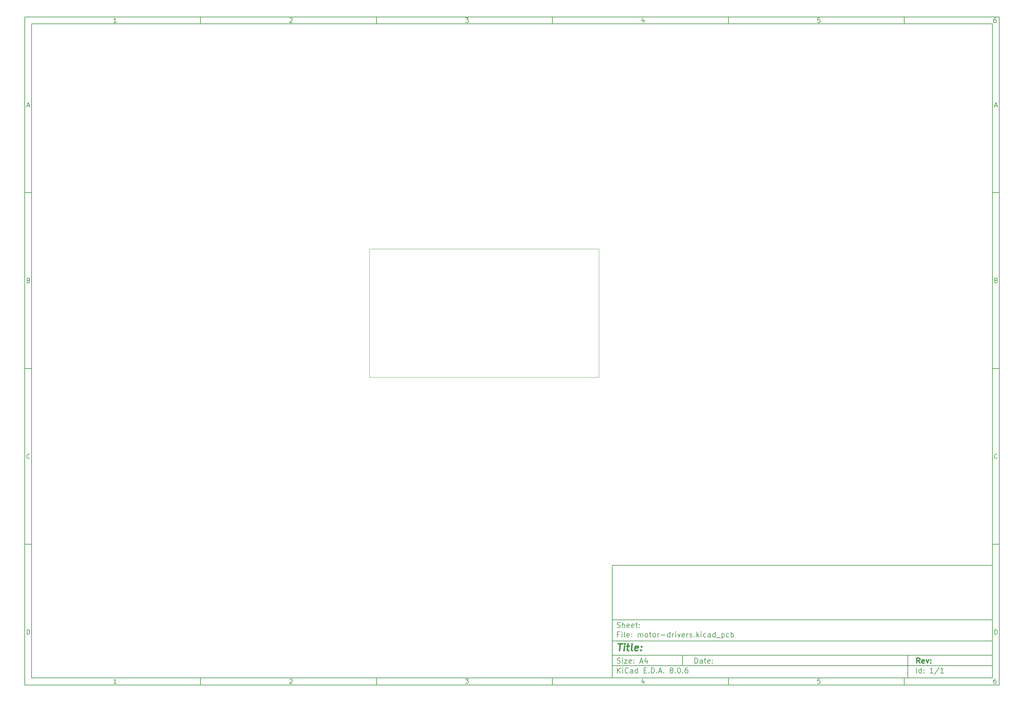
<source format=gbr>
%TF.GenerationSoftware,KiCad,Pcbnew,8.0.6*%
%TF.CreationDate,2024-11-25T22:26:38-03:00*%
%TF.ProjectId,motor-drivers,6d6f746f-722d-4647-9269-766572732e6b,rev?*%
%TF.SameCoordinates,PX66ff300PY6b49d20*%
%TF.FileFunction,Profile,NP*%
%FSLAX46Y46*%
G04 Gerber Fmt 4.6, Leading zero omitted, Abs format (unit mm)*
G04 Created by KiCad (PCBNEW 8.0.6) date 2024-11-25 22:26:38*
%MOMM*%
%LPD*%
G01*
G04 APERTURE LIST*
%ADD10C,0.100000*%
%ADD11C,0.150000*%
%ADD12C,0.300000*%
%ADD13C,0.400000*%
%TA.AperFunction,Profile*%
%ADD14C,0.050000*%
%TD*%
G04 APERTURE END LIST*
D10*
D11*
X69002200Y-53507200D02*
X177002200Y-53507200D01*
X177002200Y-85507200D01*
X69002200Y-85507200D01*
X69002200Y-53507200D01*
D10*
D11*
X-98000000Y102500000D02*
X179002200Y102500000D01*
X179002200Y-87507200D01*
X-98000000Y-87507200D01*
X-98000000Y102500000D01*
D10*
D11*
X-96000000Y100500000D02*
X177002200Y100500000D01*
X177002200Y-85507200D01*
X-96000000Y-85507200D01*
X-96000000Y100500000D01*
D10*
D11*
X-48000000Y100500000D02*
X-48000000Y102500000D01*
D10*
D11*
X2000000Y100500000D02*
X2000000Y102500000D01*
D10*
D11*
X52000000Y100500000D02*
X52000000Y102500000D01*
D10*
D11*
X102000000Y100500000D02*
X102000000Y102500000D01*
D10*
D11*
X152000000Y100500000D02*
X152000000Y102500000D01*
D10*
D11*
X-71910840Y100906396D02*
X-72653697Y100906396D01*
X-72282269Y100906396D02*
X-72282269Y102206396D01*
X-72282269Y102206396D02*
X-72406078Y102020681D01*
X-72406078Y102020681D02*
X-72529888Y101896872D01*
X-72529888Y101896872D02*
X-72653697Y101834967D01*
D10*
D11*
X-22653697Y102082586D02*
X-22591793Y102144491D01*
X-22591793Y102144491D02*
X-22467983Y102206396D01*
X-22467983Y102206396D02*
X-22158459Y102206396D01*
X-22158459Y102206396D02*
X-22034650Y102144491D01*
X-22034650Y102144491D02*
X-21972745Y102082586D01*
X-21972745Y102082586D02*
X-21910840Y101958777D01*
X-21910840Y101958777D02*
X-21910840Y101834967D01*
X-21910840Y101834967D02*
X-21972745Y101649253D01*
X-21972745Y101649253D02*
X-22715602Y100906396D01*
X-22715602Y100906396D02*
X-21910840Y100906396D01*
D10*
D11*
X27284398Y102206396D02*
X28089160Y102206396D01*
X28089160Y102206396D02*
X27655826Y101711158D01*
X27655826Y101711158D02*
X27841541Y101711158D01*
X27841541Y101711158D02*
X27965350Y101649253D01*
X27965350Y101649253D02*
X28027255Y101587348D01*
X28027255Y101587348D02*
X28089160Y101463539D01*
X28089160Y101463539D02*
X28089160Y101154015D01*
X28089160Y101154015D02*
X28027255Y101030205D01*
X28027255Y101030205D02*
X27965350Y100968300D01*
X27965350Y100968300D02*
X27841541Y100906396D01*
X27841541Y100906396D02*
X27470112Y100906396D01*
X27470112Y100906396D02*
X27346303Y100968300D01*
X27346303Y100968300D02*
X27284398Y101030205D01*
D10*
D11*
X77965350Y101773062D02*
X77965350Y100906396D01*
X77655826Y102268300D02*
X77346303Y101339729D01*
X77346303Y101339729D02*
X78151064Y101339729D01*
D10*
D11*
X128027255Y102206396D02*
X127408207Y102206396D01*
X127408207Y102206396D02*
X127346303Y101587348D01*
X127346303Y101587348D02*
X127408207Y101649253D01*
X127408207Y101649253D02*
X127532017Y101711158D01*
X127532017Y101711158D02*
X127841541Y101711158D01*
X127841541Y101711158D02*
X127965350Y101649253D01*
X127965350Y101649253D02*
X128027255Y101587348D01*
X128027255Y101587348D02*
X128089160Y101463539D01*
X128089160Y101463539D02*
X128089160Y101154015D01*
X128089160Y101154015D02*
X128027255Y101030205D01*
X128027255Y101030205D02*
X127965350Y100968300D01*
X127965350Y100968300D02*
X127841541Y100906396D01*
X127841541Y100906396D02*
X127532017Y100906396D01*
X127532017Y100906396D02*
X127408207Y100968300D01*
X127408207Y100968300D02*
X127346303Y101030205D01*
D10*
D11*
X177965350Y102206396D02*
X177717731Y102206396D01*
X177717731Y102206396D02*
X177593922Y102144491D01*
X177593922Y102144491D02*
X177532017Y102082586D01*
X177532017Y102082586D02*
X177408207Y101896872D01*
X177408207Y101896872D02*
X177346303Y101649253D01*
X177346303Y101649253D02*
X177346303Y101154015D01*
X177346303Y101154015D02*
X177408207Y101030205D01*
X177408207Y101030205D02*
X177470112Y100968300D01*
X177470112Y100968300D02*
X177593922Y100906396D01*
X177593922Y100906396D02*
X177841541Y100906396D01*
X177841541Y100906396D02*
X177965350Y100968300D01*
X177965350Y100968300D02*
X178027255Y101030205D01*
X178027255Y101030205D02*
X178089160Y101154015D01*
X178089160Y101154015D02*
X178089160Y101463539D01*
X178089160Y101463539D02*
X178027255Y101587348D01*
X178027255Y101587348D02*
X177965350Y101649253D01*
X177965350Y101649253D02*
X177841541Y101711158D01*
X177841541Y101711158D02*
X177593922Y101711158D01*
X177593922Y101711158D02*
X177470112Y101649253D01*
X177470112Y101649253D02*
X177408207Y101587348D01*
X177408207Y101587348D02*
X177346303Y101463539D01*
D10*
D11*
X-48000000Y-85507200D02*
X-48000000Y-87507200D01*
D10*
D11*
X2000000Y-85507200D02*
X2000000Y-87507200D01*
D10*
D11*
X52000000Y-85507200D02*
X52000000Y-87507200D01*
D10*
D11*
X102000000Y-85507200D02*
X102000000Y-87507200D01*
D10*
D11*
X152000000Y-85507200D02*
X152000000Y-87507200D01*
D10*
D11*
X-71910840Y-87100804D02*
X-72653697Y-87100804D01*
X-72282269Y-87100804D02*
X-72282269Y-85800804D01*
X-72282269Y-85800804D02*
X-72406078Y-85986519D01*
X-72406078Y-85986519D02*
X-72529888Y-86110328D01*
X-72529888Y-86110328D02*
X-72653697Y-86172233D01*
D10*
D11*
X-22653697Y-85924614D02*
X-22591793Y-85862709D01*
X-22591793Y-85862709D02*
X-22467983Y-85800804D01*
X-22467983Y-85800804D02*
X-22158459Y-85800804D01*
X-22158459Y-85800804D02*
X-22034650Y-85862709D01*
X-22034650Y-85862709D02*
X-21972745Y-85924614D01*
X-21972745Y-85924614D02*
X-21910840Y-86048423D01*
X-21910840Y-86048423D02*
X-21910840Y-86172233D01*
X-21910840Y-86172233D02*
X-21972745Y-86357947D01*
X-21972745Y-86357947D02*
X-22715602Y-87100804D01*
X-22715602Y-87100804D02*
X-21910840Y-87100804D01*
D10*
D11*
X27284398Y-85800804D02*
X28089160Y-85800804D01*
X28089160Y-85800804D02*
X27655826Y-86296042D01*
X27655826Y-86296042D02*
X27841541Y-86296042D01*
X27841541Y-86296042D02*
X27965350Y-86357947D01*
X27965350Y-86357947D02*
X28027255Y-86419852D01*
X28027255Y-86419852D02*
X28089160Y-86543661D01*
X28089160Y-86543661D02*
X28089160Y-86853185D01*
X28089160Y-86853185D02*
X28027255Y-86976995D01*
X28027255Y-86976995D02*
X27965350Y-87038900D01*
X27965350Y-87038900D02*
X27841541Y-87100804D01*
X27841541Y-87100804D02*
X27470112Y-87100804D01*
X27470112Y-87100804D02*
X27346303Y-87038900D01*
X27346303Y-87038900D02*
X27284398Y-86976995D01*
D10*
D11*
X77965350Y-86234138D02*
X77965350Y-87100804D01*
X77655826Y-85738900D02*
X77346303Y-86667471D01*
X77346303Y-86667471D02*
X78151064Y-86667471D01*
D10*
D11*
X128027255Y-85800804D02*
X127408207Y-85800804D01*
X127408207Y-85800804D02*
X127346303Y-86419852D01*
X127346303Y-86419852D02*
X127408207Y-86357947D01*
X127408207Y-86357947D02*
X127532017Y-86296042D01*
X127532017Y-86296042D02*
X127841541Y-86296042D01*
X127841541Y-86296042D02*
X127965350Y-86357947D01*
X127965350Y-86357947D02*
X128027255Y-86419852D01*
X128027255Y-86419852D02*
X128089160Y-86543661D01*
X128089160Y-86543661D02*
X128089160Y-86853185D01*
X128089160Y-86853185D02*
X128027255Y-86976995D01*
X128027255Y-86976995D02*
X127965350Y-87038900D01*
X127965350Y-87038900D02*
X127841541Y-87100804D01*
X127841541Y-87100804D02*
X127532017Y-87100804D01*
X127532017Y-87100804D02*
X127408207Y-87038900D01*
X127408207Y-87038900D02*
X127346303Y-86976995D01*
D10*
D11*
X177965350Y-85800804D02*
X177717731Y-85800804D01*
X177717731Y-85800804D02*
X177593922Y-85862709D01*
X177593922Y-85862709D02*
X177532017Y-85924614D01*
X177532017Y-85924614D02*
X177408207Y-86110328D01*
X177408207Y-86110328D02*
X177346303Y-86357947D01*
X177346303Y-86357947D02*
X177346303Y-86853185D01*
X177346303Y-86853185D02*
X177408207Y-86976995D01*
X177408207Y-86976995D02*
X177470112Y-87038900D01*
X177470112Y-87038900D02*
X177593922Y-87100804D01*
X177593922Y-87100804D02*
X177841541Y-87100804D01*
X177841541Y-87100804D02*
X177965350Y-87038900D01*
X177965350Y-87038900D02*
X178027255Y-86976995D01*
X178027255Y-86976995D02*
X178089160Y-86853185D01*
X178089160Y-86853185D02*
X178089160Y-86543661D01*
X178089160Y-86543661D02*
X178027255Y-86419852D01*
X178027255Y-86419852D02*
X177965350Y-86357947D01*
X177965350Y-86357947D02*
X177841541Y-86296042D01*
X177841541Y-86296042D02*
X177593922Y-86296042D01*
X177593922Y-86296042D02*
X177470112Y-86357947D01*
X177470112Y-86357947D02*
X177408207Y-86419852D01*
X177408207Y-86419852D02*
X177346303Y-86543661D01*
D10*
D11*
X-98000000Y52500000D02*
X-96000000Y52500000D01*
D10*
D11*
X-98000000Y2500000D02*
X-96000000Y2500000D01*
D10*
D11*
X-98000000Y-47500000D02*
X-96000000Y-47500000D01*
D10*
D11*
X-97309524Y77277824D02*
X-96690477Y77277824D01*
X-97433334Y76906396D02*
X-97000001Y78206396D01*
X-97000001Y78206396D02*
X-96566667Y76906396D01*
D10*
D11*
X-96907143Y27587348D02*
X-96721429Y27525443D01*
X-96721429Y27525443D02*
X-96659524Y27463539D01*
X-96659524Y27463539D02*
X-96597620Y27339729D01*
X-96597620Y27339729D02*
X-96597620Y27154015D01*
X-96597620Y27154015D02*
X-96659524Y27030205D01*
X-96659524Y27030205D02*
X-96721429Y26968300D01*
X-96721429Y26968300D02*
X-96845239Y26906396D01*
X-96845239Y26906396D02*
X-97340477Y26906396D01*
X-97340477Y26906396D02*
X-97340477Y28206396D01*
X-97340477Y28206396D02*
X-96907143Y28206396D01*
X-96907143Y28206396D02*
X-96783334Y28144491D01*
X-96783334Y28144491D02*
X-96721429Y28082586D01*
X-96721429Y28082586D02*
X-96659524Y27958777D01*
X-96659524Y27958777D02*
X-96659524Y27834967D01*
X-96659524Y27834967D02*
X-96721429Y27711158D01*
X-96721429Y27711158D02*
X-96783334Y27649253D01*
X-96783334Y27649253D02*
X-96907143Y27587348D01*
X-96907143Y27587348D02*
X-97340477Y27587348D01*
D10*
D11*
X-96597620Y-22969795D02*
X-96659524Y-23031700D01*
X-96659524Y-23031700D02*
X-96845239Y-23093604D01*
X-96845239Y-23093604D02*
X-96969048Y-23093604D01*
X-96969048Y-23093604D02*
X-97154762Y-23031700D01*
X-97154762Y-23031700D02*
X-97278572Y-22907890D01*
X-97278572Y-22907890D02*
X-97340477Y-22784080D01*
X-97340477Y-22784080D02*
X-97402381Y-22536461D01*
X-97402381Y-22536461D02*
X-97402381Y-22350747D01*
X-97402381Y-22350747D02*
X-97340477Y-22103128D01*
X-97340477Y-22103128D02*
X-97278572Y-21979319D01*
X-97278572Y-21979319D02*
X-97154762Y-21855509D01*
X-97154762Y-21855509D02*
X-96969048Y-21793604D01*
X-96969048Y-21793604D02*
X-96845239Y-21793604D01*
X-96845239Y-21793604D02*
X-96659524Y-21855509D01*
X-96659524Y-21855509D02*
X-96597620Y-21917414D01*
D10*
D11*
X-97340477Y-73093604D02*
X-97340477Y-71793604D01*
X-97340477Y-71793604D02*
X-97030953Y-71793604D01*
X-97030953Y-71793604D02*
X-96845239Y-71855509D01*
X-96845239Y-71855509D02*
X-96721429Y-71979319D01*
X-96721429Y-71979319D02*
X-96659524Y-72103128D01*
X-96659524Y-72103128D02*
X-96597620Y-72350747D01*
X-96597620Y-72350747D02*
X-96597620Y-72536461D01*
X-96597620Y-72536461D02*
X-96659524Y-72784080D01*
X-96659524Y-72784080D02*
X-96721429Y-72907890D01*
X-96721429Y-72907890D02*
X-96845239Y-73031700D01*
X-96845239Y-73031700D02*
X-97030953Y-73093604D01*
X-97030953Y-73093604D02*
X-97340477Y-73093604D01*
D10*
D11*
X179002200Y52500000D02*
X177002200Y52500000D01*
D10*
D11*
X179002200Y2500000D02*
X177002200Y2500000D01*
D10*
D11*
X179002200Y-47500000D02*
X177002200Y-47500000D01*
D10*
D11*
X177692676Y77277824D02*
X178311723Y77277824D01*
X177568866Y76906396D02*
X178002199Y78206396D01*
X178002199Y78206396D02*
X178435533Y76906396D01*
D10*
D11*
X178095057Y27587348D02*
X178280771Y27525443D01*
X178280771Y27525443D02*
X178342676Y27463539D01*
X178342676Y27463539D02*
X178404580Y27339729D01*
X178404580Y27339729D02*
X178404580Y27154015D01*
X178404580Y27154015D02*
X178342676Y27030205D01*
X178342676Y27030205D02*
X178280771Y26968300D01*
X178280771Y26968300D02*
X178156961Y26906396D01*
X178156961Y26906396D02*
X177661723Y26906396D01*
X177661723Y26906396D02*
X177661723Y28206396D01*
X177661723Y28206396D02*
X178095057Y28206396D01*
X178095057Y28206396D02*
X178218866Y28144491D01*
X178218866Y28144491D02*
X178280771Y28082586D01*
X178280771Y28082586D02*
X178342676Y27958777D01*
X178342676Y27958777D02*
X178342676Y27834967D01*
X178342676Y27834967D02*
X178280771Y27711158D01*
X178280771Y27711158D02*
X178218866Y27649253D01*
X178218866Y27649253D02*
X178095057Y27587348D01*
X178095057Y27587348D02*
X177661723Y27587348D01*
D10*
D11*
X178404580Y-22969795D02*
X178342676Y-23031700D01*
X178342676Y-23031700D02*
X178156961Y-23093604D01*
X178156961Y-23093604D02*
X178033152Y-23093604D01*
X178033152Y-23093604D02*
X177847438Y-23031700D01*
X177847438Y-23031700D02*
X177723628Y-22907890D01*
X177723628Y-22907890D02*
X177661723Y-22784080D01*
X177661723Y-22784080D02*
X177599819Y-22536461D01*
X177599819Y-22536461D02*
X177599819Y-22350747D01*
X177599819Y-22350747D02*
X177661723Y-22103128D01*
X177661723Y-22103128D02*
X177723628Y-21979319D01*
X177723628Y-21979319D02*
X177847438Y-21855509D01*
X177847438Y-21855509D02*
X178033152Y-21793604D01*
X178033152Y-21793604D02*
X178156961Y-21793604D01*
X178156961Y-21793604D02*
X178342676Y-21855509D01*
X178342676Y-21855509D02*
X178404580Y-21917414D01*
D10*
D11*
X177661723Y-73093604D02*
X177661723Y-71793604D01*
X177661723Y-71793604D02*
X177971247Y-71793604D01*
X177971247Y-71793604D02*
X178156961Y-71855509D01*
X178156961Y-71855509D02*
X178280771Y-71979319D01*
X178280771Y-71979319D02*
X178342676Y-72103128D01*
X178342676Y-72103128D02*
X178404580Y-72350747D01*
X178404580Y-72350747D02*
X178404580Y-72536461D01*
X178404580Y-72536461D02*
X178342676Y-72784080D01*
X178342676Y-72784080D02*
X178280771Y-72907890D01*
X178280771Y-72907890D02*
X178156961Y-73031700D01*
X178156961Y-73031700D02*
X177971247Y-73093604D01*
X177971247Y-73093604D02*
X177661723Y-73093604D01*
D10*
D11*
X92458026Y-81293328D02*
X92458026Y-79793328D01*
X92458026Y-79793328D02*
X92815169Y-79793328D01*
X92815169Y-79793328D02*
X93029455Y-79864757D01*
X93029455Y-79864757D02*
X93172312Y-80007614D01*
X93172312Y-80007614D02*
X93243741Y-80150471D01*
X93243741Y-80150471D02*
X93315169Y-80436185D01*
X93315169Y-80436185D02*
X93315169Y-80650471D01*
X93315169Y-80650471D02*
X93243741Y-80936185D01*
X93243741Y-80936185D02*
X93172312Y-81079042D01*
X93172312Y-81079042D02*
X93029455Y-81221900D01*
X93029455Y-81221900D02*
X92815169Y-81293328D01*
X92815169Y-81293328D02*
X92458026Y-81293328D01*
X94600884Y-81293328D02*
X94600884Y-80507614D01*
X94600884Y-80507614D02*
X94529455Y-80364757D01*
X94529455Y-80364757D02*
X94386598Y-80293328D01*
X94386598Y-80293328D02*
X94100884Y-80293328D01*
X94100884Y-80293328D02*
X93958026Y-80364757D01*
X94600884Y-81221900D02*
X94458026Y-81293328D01*
X94458026Y-81293328D02*
X94100884Y-81293328D01*
X94100884Y-81293328D02*
X93958026Y-81221900D01*
X93958026Y-81221900D02*
X93886598Y-81079042D01*
X93886598Y-81079042D02*
X93886598Y-80936185D01*
X93886598Y-80936185D02*
X93958026Y-80793328D01*
X93958026Y-80793328D02*
X94100884Y-80721900D01*
X94100884Y-80721900D02*
X94458026Y-80721900D01*
X94458026Y-80721900D02*
X94600884Y-80650471D01*
X95100884Y-80293328D02*
X95672312Y-80293328D01*
X95315169Y-79793328D02*
X95315169Y-81079042D01*
X95315169Y-81079042D02*
X95386598Y-81221900D01*
X95386598Y-81221900D02*
X95529455Y-81293328D01*
X95529455Y-81293328D02*
X95672312Y-81293328D01*
X96743741Y-81221900D02*
X96600884Y-81293328D01*
X96600884Y-81293328D02*
X96315170Y-81293328D01*
X96315170Y-81293328D02*
X96172312Y-81221900D01*
X96172312Y-81221900D02*
X96100884Y-81079042D01*
X96100884Y-81079042D02*
X96100884Y-80507614D01*
X96100884Y-80507614D02*
X96172312Y-80364757D01*
X96172312Y-80364757D02*
X96315170Y-80293328D01*
X96315170Y-80293328D02*
X96600884Y-80293328D01*
X96600884Y-80293328D02*
X96743741Y-80364757D01*
X96743741Y-80364757D02*
X96815170Y-80507614D01*
X96815170Y-80507614D02*
X96815170Y-80650471D01*
X96815170Y-80650471D02*
X96100884Y-80793328D01*
X97458026Y-81150471D02*
X97529455Y-81221900D01*
X97529455Y-81221900D02*
X97458026Y-81293328D01*
X97458026Y-81293328D02*
X97386598Y-81221900D01*
X97386598Y-81221900D02*
X97458026Y-81150471D01*
X97458026Y-81150471D02*
X97458026Y-81293328D01*
X97458026Y-80364757D02*
X97529455Y-80436185D01*
X97529455Y-80436185D02*
X97458026Y-80507614D01*
X97458026Y-80507614D02*
X97386598Y-80436185D01*
X97386598Y-80436185D02*
X97458026Y-80364757D01*
X97458026Y-80364757D02*
X97458026Y-80507614D01*
D10*
D11*
X69002200Y-82007200D02*
X177002200Y-82007200D01*
D10*
D11*
X70458026Y-84093328D02*
X70458026Y-82593328D01*
X71315169Y-84093328D02*
X70672312Y-83236185D01*
X71315169Y-82593328D02*
X70458026Y-83450471D01*
X71958026Y-84093328D02*
X71958026Y-83093328D01*
X71958026Y-82593328D02*
X71886598Y-82664757D01*
X71886598Y-82664757D02*
X71958026Y-82736185D01*
X71958026Y-82736185D02*
X72029455Y-82664757D01*
X72029455Y-82664757D02*
X71958026Y-82593328D01*
X71958026Y-82593328D02*
X71958026Y-82736185D01*
X73529455Y-83950471D02*
X73458027Y-84021900D01*
X73458027Y-84021900D02*
X73243741Y-84093328D01*
X73243741Y-84093328D02*
X73100884Y-84093328D01*
X73100884Y-84093328D02*
X72886598Y-84021900D01*
X72886598Y-84021900D02*
X72743741Y-83879042D01*
X72743741Y-83879042D02*
X72672312Y-83736185D01*
X72672312Y-83736185D02*
X72600884Y-83450471D01*
X72600884Y-83450471D02*
X72600884Y-83236185D01*
X72600884Y-83236185D02*
X72672312Y-82950471D01*
X72672312Y-82950471D02*
X72743741Y-82807614D01*
X72743741Y-82807614D02*
X72886598Y-82664757D01*
X72886598Y-82664757D02*
X73100884Y-82593328D01*
X73100884Y-82593328D02*
X73243741Y-82593328D01*
X73243741Y-82593328D02*
X73458027Y-82664757D01*
X73458027Y-82664757D02*
X73529455Y-82736185D01*
X74815170Y-84093328D02*
X74815170Y-83307614D01*
X74815170Y-83307614D02*
X74743741Y-83164757D01*
X74743741Y-83164757D02*
X74600884Y-83093328D01*
X74600884Y-83093328D02*
X74315170Y-83093328D01*
X74315170Y-83093328D02*
X74172312Y-83164757D01*
X74815170Y-84021900D02*
X74672312Y-84093328D01*
X74672312Y-84093328D02*
X74315170Y-84093328D01*
X74315170Y-84093328D02*
X74172312Y-84021900D01*
X74172312Y-84021900D02*
X74100884Y-83879042D01*
X74100884Y-83879042D02*
X74100884Y-83736185D01*
X74100884Y-83736185D02*
X74172312Y-83593328D01*
X74172312Y-83593328D02*
X74315170Y-83521900D01*
X74315170Y-83521900D02*
X74672312Y-83521900D01*
X74672312Y-83521900D02*
X74815170Y-83450471D01*
X76172313Y-84093328D02*
X76172313Y-82593328D01*
X76172313Y-84021900D02*
X76029455Y-84093328D01*
X76029455Y-84093328D02*
X75743741Y-84093328D01*
X75743741Y-84093328D02*
X75600884Y-84021900D01*
X75600884Y-84021900D02*
X75529455Y-83950471D01*
X75529455Y-83950471D02*
X75458027Y-83807614D01*
X75458027Y-83807614D02*
X75458027Y-83379042D01*
X75458027Y-83379042D02*
X75529455Y-83236185D01*
X75529455Y-83236185D02*
X75600884Y-83164757D01*
X75600884Y-83164757D02*
X75743741Y-83093328D01*
X75743741Y-83093328D02*
X76029455Y-83093328D01*
X76029455Y-83093328D02*
X76172313Y-83164757D01*
X78029455Y-83307614D02*
X78529455Y-83307614D01*
X78743741Y-84093328D02*
X78029455Y-84093328D01*
X78029455Y-84093328D02*
X78029455Y-82593328D01*
X78029455Y-82593328D02*
X78743741Y-82593328D01*
X79386598Y-83950471D02*
X79458027Y-84021900D01*
X79458027Y-84021900D02*
X79386598Y-84093328D01*
X79386598Y-84093328D02*
X79315170Y-84021900D01*
X79315170Y-84021900D02*
X79386598Y-83950471D01*
X79386598Y-83950471D02*
X79386598Y-84093328D01*
X80100884Y-84093328D02*
X80100884Y-82593328D01*
X80100884Y-82593328D02*
X80458027Y-82593328D01*
X80458027Y-82593328D02*
X80672313Y-82664757D01*
X80672313Y-82664757D02*
X80815170Y-82807614D01*
X80815170Y-82807614D02*
X80886599Y-82950471D01*
X80886599Y-82950471D02*
X80958027Y-83236185D01*
X80958027Y-83236185D02*
X80958027Y-83450471D01*
X80958027Y-83450471D02*
X80886599Y-83736185D01*
X80886599Y-83736185D02*
X80815170Y-83879042D01*
X80815170Y-83879042D02*
X80672313Y-84021900D01*
X80672313Y-84021900D02*
X80458027Y-84093328D01*
X80458027Y-84093328D02*
X80100884Y-84093328D01*
X81600884Y-83950471D02*
X81672313Y-84021900D01*
X81672313Y-84021900D02*
X81600884Y-84093328D01*
X81600884Y-84093328D02*
X81529456Y-84021900D01*
X81529456Y-84021900D02*
X81600884Y-83950471D01*
X81600884Y-83950471D02*
X81600884Y-84093328D01*
X82243742Y-83664757D02*
X82958028Y-83664757D01*
X82100885Y-84093328D02*
X82600885Y-82593328D01*
X82600885Y-82593328D02*
X83100885Y-84093328D01*
X83600884Y-83950471D02*
X83672313Y-84021900D01*
X83672313Y-84021900D02*
X83600884Y-84093328D01*
X83600884Y-84093328D02*
X83529456Y-84021900D01*
X83529456Y-84021900D02*
X83600884Y-83950471D01*
X83600884Y-83950471D02*
X83600884Y-84093328D01*
X85672313Y-83236185D02*
X85529456Y-83164757D01*
X85529456Y-83164757D02*
X85458027Y-83093328D01*
X85458027Y-83093328D02*
X85386599Y-82950471D01*
X85386599Y-82950471D02*
X85386599Y-82879042D01*
X85386599Y-82879042D02*
X85458027Y-82736185D01*
X85458027Y-82736185D02*
X85529456Y-82664757D01*
X85529456Y-82664757D02*
X85672313Y-82593328D01*
X85672313Y-82593328D02*
X85958027Y-82593328D01*
X85958027Y-82593328D02*
X86100885Y-82664757D01*
X86100885Y-82664757D02*
X86172313Y-82736185D01*
X86172313Y-82736185D02*
X86243742Y-82879042D01*
X86243742Y-82879042D02*
X86243742Y-82950471D01*
X86243742Y-82950471D02*
X86172313Y-83093328D01*
X86172313Y-83093328D02*
X86100885Y-83164757D01*
X86100885Y-83164757D02*
X85958027Y-83236185D01*
X85958027Y-83236185D02*
X85672313Y-83236185D01*
X85672313Y-83236185D02*
X85529456Y-83307614D01*
X85529456Y-83307614D02*
X85458027Y-83379042D01*
X85458027Y-83379042D02*
X85386599Y-83521900D01*
X85386599Y-83521900D02*
X85386599Y-83807614D01*
X85386599Y-83807614D02*
X85458027Y-83950471D01*
X85458027Y-83950471D02*
X85529456Y-84021900D01*
X85529456Y-84021900D02*
X85672313Y-84093328D01*
X85672313Y-84093328D02*
X85958027Y-84093328D01*
X85958027Y-84093328D02*
X86100885Y-84021900D01*
X86100885Y-84021900D02*
X86172313Y-83950471D01*
X86172313Y-83950471D02*
X86243742Y-83807614D01*
X86243742Y-83807614D02*
X86243742Y-83521900D01*
X86243742Y-83521900D02*
X86172313Y-83379042D01*
X86172313Y-83379042D02*
X86100885Y-83307614D01*
X86100885Y-83307614D02*
X85958027Y-83236185D01*
X86886598Y-83950471D02*
X86958027Y-84021900D01*
X86958027Y-84021900D02*
X86886598Y-84093328D01*
X86886598Y-84093328D02*
X86815170Y-84021900D01*
X86815170Y-84021900D02*
X86886598Y-83950471D01*
X86886598Y-83950471D02*
X86886598Y-84093328D01*
X87886599Y-82593328D02*
X88029456Y-82593328D01*
X88029456Y-82593328D02*
X88172313Y-82664757D01*
X88172313Y-82664757D02*
X88243742Y-82736185D01*
X88243742Y-82736185D02*
X88315170Y-82879042D01*
X88315170Y-82879042D02*
X88386599Y-83164757D01*
X88386599Y-83164757D02*
X88386599Y-83521900D01*
X88386599Y-83521900D02*
X88315170Y-83807614D01*
X88315170Y-83807614D02*
X88243742Y-83950471D01*
X88243742Y-83950471D02*
X88172313Y-84021900D01*
X88172313Y-84021900D02*
X88029456Y-84093328D01*
X88029456Y-84093328D02*
X87886599Y-84093328D01*
X87886599Y-84093328D02*
X87743742Y-84021900D01*
X87743742Y-84021900D02*
X87672313Y-83950471D01*
X87672313Y-83950471D02*
X87600884Y-83807614D01*
X87600884Y-83807614D02*
X87529456Y-83521900D01*
X87529456Y-83521900D02*
X87529456Y-83164757D01*
X87529456Y-83164757D02*
X87600884Y-82879042D01*
X87600884Y-82879042D02*
X87672313Y-82736185D01*
X87672313Y-82736185D02*
X87743742Y-82664757D01*
X87743742Y-82664757D02*
X87886599Y-82593328D01*
X89029455Y-83950471D02*
X89100884Y-84021900D01*
X89100884Y-84021900D02*
X89029455Y-84093328D01*
X89029455Y-84093328D02*
X88958027Y-84021900D01*
X88958027Y-84021900D02*
X89029455Y-83950471D01*
X89029455Y-83950471D02*
X89029455Y-84093328D01*
X90386599Y-82593328D02*
X90100884Y-82593328D01*
X90100884Y-82593328D02*
X89958027Y-82664757D01*
X89958027Y-82664757D02*
X89886599Y-82736185D01*
X89886599Y-82736185D02*
X89743741Y-82950471D01*
X89743741Y-82950471D02*
X89672313Y-83236185D01*
X89672313Y-83236185D02*
X89672313Y-83807614D01*
X89672313Y-83807614D02*
X89743741Y-83950471D01*
X89743741Y-83950471D02*
X89815170Y-84021900D01*
X89815170Y-84021900D02*
X89958027Y-84093328D01*
X89958027Y-84093328D02*
X90243741Y-84093328D01*
X90243741Y-84093328D02*
X90386599Y-84021900D01*
X90386599Y-84021900D02*
X90458027Y-83950471D01*
X90458027Y-83950471D02*
X90529456Y-83807614D01*
X90529456Y-83807614D02*
X90529456Y-83450471D01*
X90529456Y-83450471D02*
X90458027Y-83307614D01*
X90458027Y-83307614D02*
X90386599Y-83236185D01*
X90386599Y-83236185D02*
X90243741Y-83164757D01*
X90243741Y-83164757D02*
X89958027Y-83164757D01*
X89958027Y-83164757D02*
X89815170Y-83236185D01*
X89815170Y-83236185D02*
X89743741Y-83307614D01*
X89743741Y-83307614D02*
X89672313Y-83450471D01*
D10*
D11*
X69002200Y-79007200D02*
X177002200Y-79007200D01*
D10*
D12*
X156413853Y-81285528D02*
X155913853Y-80571242D01*
X155556710Y-81285528D02*
X155556710Y-79785528D01*
X155556710Y-79785528D02*
X156128139Y-79785528D01*
X156128139Y-79785528D02*
X156270996Y-79856957D01*
X156270996Y-79856957D02*
X156342425Y-79928385D01*
X156342425Y-79928385D02*
X156413853Y-80071242D01*
X156413853Y-80071242D02*
X156413853Y-80285528D01*
X156413853Y-80285528D02*
X156342425Y-80428385D01*
X156342425Y-80428385D02*
X156270996Y-80499814D01*
X156270996Y-80499814D02*
X156128139Y-80571242D01*
X156128139Y-80571242D02*
X155556710Y-80571242D01*
X157628139Y-81214100D02*
X157485282Y-81285528D01*
X157485282Y-81285528D02*
X157199568Y-81285528D01*
X157199568Y-81285528D02*
X157056710Y-81214100D01*
X157056710Y-81214100D02*
X156985282Y-81071242D01*
X156985282Y-81071242D02*
X156985282Y-80499814D01*
X156985282Y-80499814D02*
X157056710Y-80356957D01*
X157056710Y-80356957D02*
X157199568Y-80285528D01*
X157199568Y-80285528D02*
X157485282Y-80285528D01*
X157485282Y-80285528D02*
X157628139Y-80356957D01*
X157628139Y-80356957D02*
X157699568Y-80499814D01*
X157699568Y-80499814D02*
X157699568Y-80642671D01*
X157699568Y-80642671D02*
X156985282Y-80785528D01*
X158199567Y-80285528D02*
X158556710Y-81285528D01*
X158556710Y-81285528D02*
X158913853Y-80285528D01*
X159485281Y-81142671D02*
X159556710Y-81214100D01*
X159556710Y-81214100D02*
X159485281Y-81285528D01*
X159485281Y-81285528D02*
X159413853Y-81214100D01*
X159413853Y-81214100D02*
X159485281Y-81142671D01*
X159485281Y-81142671D02*
X159485281Y-81285528D01*
X159485281Y-80356957D02*
X159556710Y-80428385D01*
X159556710Y-80428385D02*
X159485281Y-80499814D01*
X159485281Y-80499814D02*
X159413853Y-80428385D01*
X159413853Y-80428385D02*
X159485281Y-80356957D01*
X159485281Y-80356957D02*
X159485281Y-80499814D01*
D10*
D11*
X70386598Y-81221900D02*
X70600884Y-81293328D01*
X70600884Y-81293328D02*
X70958026Y-81293328D01*
X70958026Y-81293328D02*
X71100884Y-81221900D01*
X71100884Y-81221900D02*
X71172312Y-81150471D01*
X71172312Y-81150471D02*
X71243741Y-81007614D01*
X71243741Y-81007614D02*
X71243741Y-80864757D01*
X71243741Y-80864757D02*
X71172312Y-80721900D01*
X71172312Y-80721900D02*
X71100884Y-80650471D01*
X71100884Y-80650471D02*
X70958026Y-80579042D01*
X70958026Y-80579042D02*
X70672312Y-80507614D01*
X70672312Y-80507614D02*
X70529455Y-80436185D01*
X70529455Y-80436185D02*
X70458026Y-80364757D01*
X70458026Y-80364757D02*
X70386598Y-80221900D01*
X70386598Y-80221900D02*
X70386598Y-80079042D01*
X70386598Y-80079042D02*
X70458026Y-79936185D01*
X70458026Y-79936185D02*
X70529455Y-79864757D01*
X70529455Y-79864757D02*
X70672312Y-79793328D01*
X70672312Y-79793328D02*
X71029455Y-79793328D01*
X71029455Y-79793328D02*
X71243741Y-79864757D01*
X71886597Y-81293328D02*
X71886597Y-80293328D01*
X71886597Y-79793328D02*
X71815169Y-79864757D01*
X71815169Y-79864757D02*
X71886597Y-79936185D01*
X71886597Y-79936185D02*
X71958026Y-79864757D01*
X71958026Y-79864757D02*
X71886597Y-79793328D01*
X71886597Y-79793328D02*
X71886597Y-79936185D01*
X72458026Y-80293328D02*
X73243741Y-80293328D01*
X73243741Y-80293328D02*
X72458026Y-81293328D01*
X72458026Y-81293328D02*
X73243741Y-81293328D01*
X74386598Y-81221900D02*
X74243741Y-81293328D01*
X74243741Y-81293328D02*
X73958027Y-81293328D01*
X73958027Y-81293328D02*
X73815169Y-81221900D01*
X73815169Y-81221900D02*
X73743741Y-81079042D01*
X73743741Y-81079042D02*
X73743741Y-80507614D01*
X73743741Y-80507614D02*
X73815169Y-80364757D01*
X73815169Y-80364757D02*
X73958027Y-80293328D01*
X73958027Y-80293328D02*
X74243741Y-80293328D01*
X74243741Y-80293328D02*
X74386598Y-80364757D01*
X74386598Y-80364757D02*
X74458027Y-80507614D01*
X74458027Y-80507614D02*
X74458027Y-80650471D01*
X74458027Y-80650471D02*
X73743741Y-80793328D01*
X75100883Y-81150471D02*
X75172312Y-81221900D01*
X75172312Y-81221900D02*
X75100883Y-81293328D01*
X75100883Y-81293328D02*
X75029455Y-81221900D01*
X75029455Y-81221900D02*
X75100883Y-81150471D01*
X75100883Y-81150471D02*
X75100883Y-81293328D01*
X75100883Y-80364757D02*
X75172312Y-80436185D01*
X75172312Y-80436185D02*
X75100883Y-80507614D01*
X75100883Y-80507614D02*
X75029455Y-80436185D01*
X75029455Y-80436185D02*
X75100883Y-80364757D01*
X75100883Y-80364757D02*
X75100883Y-80507614D01*
X76886598Y-80864757D02*
X77600884Y-80864757D01*
X76743741Y-81293328D02*
X77243741Y-79793328D01*
X77243741Y-79793328D02*
X77743741Y-81293328D01*
X78886598Y-80293328D02*
X78886598Y-81293328D01*
X78529455Y-79721900D02*
X78172312Y-80793328D01*
X78172312Y-80793328D02*
X79100883Y-80793328D01*
D10*
D11*
X155458026Y-84093328D02*
X155458026Y-82593328D01*
X156815170Y-84093328D02*
X156815170Y-82593328D01*
X156815170Y-84021900D02*
X156672312Y-84093328D01*
X156672312Y-84093328D02*
X156386598Y-84093328D01*
X156386598Y-84093328D02*
X156243741Y-84021900D01*
X156243741Y-84021900D02*
X156172312Y-83950471D01*
X156172312Y-83950471D02*
X156100884Y-83807614D01*
X156100884Y-83807614D02*
X156100884Y-83379042D01*
X156100884Y-83379042D02*
X156172312Y-83236185D01*
X156172312Y-83236185D02*
X156243741Y-83164757D01*
X156243741Y-83164757D02*
X156386598Y-83093328D01*
X156386598Y-83093328D02*
X156672312Y-83093328D01*
X156672312Y-83093328D02*
X156815170Y-83164757D01*
X157529455Y-83950471D02*
X157600884Y-84021900D01*
X157600884Y-84021900D02*
X157529455Y-84093328D01*
X157529455Y-84093328D02*
X157458027Y-84021900D01*
X157458027Y-84021900D02*
X157529455Y-83950471D01*
X157529455Y-83950471D02*
X157529455Y-84093328D01*
X157529455Y-83164757D02*
X157600884Y-83236185D01*
X157600884Y-83236185D02*
X157529455Y-83307614D01*
X157529455Y-83307614D02*
X157458027Y-83236185D01*
X157458027Y-83236185D02*
X157529455Y-83164757D01*
X157529455Y-83164757D02*
X157529455Y-83307614D01*
X160172313Y-84093328D02*
X159315170Y-84093328D01*
X159743741Y-84093328D02*
X159743741Y-82593328D01*
X159743741Y-82593328D02*
X159600884Y-82807614D01*
X159600884Y-82807614D02*
X159458027Y-82950471D01*
X159458027Y-82950471D02*
X159315170Y-83021900D01*
X161886598Y-82521900D02*
X160600884Y-84450471D01*
X163172313Y-84093328D02*
X162315170Y-84093328D01*
X162743741Y-84093328D02*
X162743741Y-82593328D01*
X162743741Y-82593328D02*
X162600884Y-82807614D01*
X162600884Y-82807614D02*
X162458027Y-82950471D01*
X162458027Y-82950471D02*
X162315170Y-83021900D01*
D10*
D11*
X69002200Y-75007200D02*
X177002200Y-75007200D01*
D10*
D13*
X70693928Y-75711638D02*
X71836785Y-75711638D01*
X71015357Y-77711638D02*
X71265357Y-75711638D01*
X72253452Y-77711638D02*
X72420119Y-76378304D01*
X72503452Y-75711638D02*
X72396309Y-75806876D01*
X72396309Y-75806876D02*
X72479643Y-75902114D01*
X72479643Y-75902114D02*
X72586786Y-75806876D01*
X72586786Y-75806876D02*
X72503452Y-75711638D01*
X72503452Y-75711638D02*
X72479643Y-75902114D01*
X73086786Y-76378304D02*
X73848690Y-76378304D01*
X73455833Y-75711638D02*
X73241548Y-77425923D01*
X73241548Y-77425923D02*
X73312976Y-77616400D01*
X73312976Y-77616400D02*
X73491548Y-77711638D01*
X73491548Y-77711638D02*
X73682024Y-77711638D01*
X74634405Y-77711638D02*
X74455833Y-77616400D01*
X74455833Y-77616400D02*
X74384405Y-77425923D01*
X74384405Y-77425923D02*
X74598690Y-75711638D01*
X76170119Y-77616400D02*
X75967738Y-77711638D01*
X75967738Y-77711638D02*
X75586785Y-77711638D01*
X75586785Y-77711638D02*
X75408214Y-77616400D01*
X75408214Y-77616400D02*
X75336785Y-77425923D01*
X75336785Y-77425923D02*
X75432024Y-76664019D01*
X75432024Y-76664019D02*
X75551071Y-76473542D01*
X75551071Y-76473542D02*
X75753452Y-76378304D01*
X75753452Y-76378304D02*
X76134404Y-76378304D01*
X76134404Y-76378304D02*
X76312976Y-76473542D01*
X76312976Y-76473542D02*
X76384404Y-76664019D01*
X76384404Y-76664019D02*
X76360595Y-76854495D01*
X76360595Y-76854495D02*
X75384404Y-77044971D01*
X77134405Y-77521161D02*
X77217738Y-77616400D01*
X77217738Y-77616400D02*
X77110595Y-77711638D01*
X77110595Y-77711638D02*
X77027262Y-77616400D01*
X77027262Y-77616400D02*
X77134405Y-77521161D01*
X77134405Y-77521161D02*
X77110595Y-77711638D01*
X77265357Y-76473542D02*
X77348690Y-76568780D01*
X77348690Y-76568780D02*
X77241548Y-76664019D01*
X77241548Y-76664019D02*
X77158214Y-76568780D01*
X77158214Y-76568780D02*
X77265357Y-76473542D01*
X77265357Y-76473542D02*
X77241548Y-76664019D01*
D10*
D11*
X70958026Y-73107614D02*
X70458026Y-73107614D01*
X70458026Y-73893328D02*
X70458026Y-72393328D01*
X70458026Y-72393328D02*
X71172312Y-72393328D01*
X71743740Y-73893328D02*
X71743740Y-72893328D01*
X71743740Y-72393328D02*
X71672312Y-72464757D01*
X71672312Y-72464757D02*
X71743740Y-72536185D01*
X71743740Y-72536185D02*
X71815169Y-72464757D01*
X71815169Y-72464757D02*
X71743740Y-72393328D01*
X71743740Y-72393328D02*
X71743740Y-72536185D01*
X72672312Y-73893328D02*
X72529455Y-73821900D01*
X72529455Y-73821900D02*
X72458026Y-73679042D01*
X72458026Y-73679042D02*
X72458026Y-72393328D01*
X73815169Y-73821900D02*
X73672312Y-73893328D01*
X73672312Y-73893328D02*
X73386598Y-73893328D01*
X73386598Y-73893328D02*
X73243740Y-73821900D01*
X73243740Y-73821900D02*
X73172312Y-73679042D01*
X73172312Y-73679042D02*
X73172312Y-73107614D01*
X73172312Y-73107614D02*
X73243740Y-72964757D01*
X73243740Y-72964757D02*
X73386598Y-72893328D01*
X73386598Y-72893328D02*
X73672312Y-72893328D01*
X73672312Y-72893328D02*
X73815169Y-72964757D01*
X73815169Y-72964757D02*
X73886598Y-73107614D01*
X73886598Y-73107614D02*
X73886598Y-73250471D01*
X73886598Y-73250471D02*
X73172312Y-73393328D01*
X74529454Y-73750471D02*
X74600883Y-73821900D01*
X74600883Y-73821900D02*
X74529454Y-73893328D01*
X74529454Y-73893328D02*
X74458026Y-73821900D01*
X74458026Y-73821900D02*
X74529454Y-73750471D01*
X74529454Y-73750471D02*
X74529454Y-73893328D01*
X74529454Y-72964757D02*
X74600883Y-73036185D01*
X74600883Y-73036185D02*
X74529454Y-73107614D01*
X74529454Y-73107614D02*
X74458026Y-73036185D01*
X74458026Y-73036185D02*
X74529454Y-72964757D01*
X74529454Y-72964757D02*
X74529454Y-73107614D01*
X76386597Y-73893328D02*
X76386597Y-72893328D01*
X76386597Y-73036185D02*
X76458026Y-72964757D01*
X76458026Y-72964757D02*
X76600883Y-72893328D01*
X76600883Y-72893328D02*
X76815169Y-72893328D01*
X76815169Y-72893328D02*
X76958026Y-72964757D01*
X76958026Y-72964757D02*
X77029455Y-73107614D01*
X77029455Y-73107614D02*
X77029455Y-73893328D01*
X77029455Y-73107614D02*
X77100883Y-72964757D01*
X77100883Y-72964757D02*
X77243740Y-72893328D01*
X77243740Y-72893328D02*
X77458026Y-72893328D01*
X77458026Y-72893328D02*
X77600883Y-72964757D01*
X77600883Y-72964757D02*
X77672312Y-73107614D01*
X77672312Y-73107614D02*
X77672312Y-73893328D01*
X78600883Y-73893328D02*
X78458026Y-73821900D01*
X78458026Y-73821900D02*
X78386597Y-73750471D01*
X78386597Y-73750471D02*
X78315169Y-73607614D01*
X78315169Y-73607614D02*
X78315169Y-73179042D01*
X78315169Y-73179042D02*
X78386597Y-73036185D01*
X78386597Y-73036185D02*
X78458026Y-72964757D01*
X78458026Y-72964757D02*
X78600883Y-72893328D01*
X78600883Y-72893328D02*
X78815169Y-72893328D01*
X78815169Y-72893328D02*
X78958026Y-72964757D01*
X78958026Y-72964757D02*
X79029455Y-73036185D01*
X79029455Y-73036185D02*
X79100883Y-73179042D01*
X79100883Y-73179042D02*
X79100883Y-73607614D01*
X79100883Y-73607614D02*
X79029455Y-73750471D01*
X79029455Y-73750471D02*
X78958026Y-73821900D01*
X78958026Y-73821900D02*
X78815169Y-73893328D01*
X78815169Y-73893328D02*
X78600883Y-73893328D01*
X79529455Y-72893328D02*
X80100883Y-72893328D01*
X79743740Y-72393328D02*
X79743740Y-73679042D01*
X79743740Y-73679042D02*
X79815169Y-73821900D01*
X79815169Y-73821900D02*
X79958026Y-73893328D01*
X79958026Y-73893328D02*
X80100883Y-73893328D01*
X80815169Y-73893328D02*
X80672312Y-73821900D01*
X80672312Y-73821900D02*
X80600883Y-73750471D01*
X80600883Y-73750471D02*
X80529455Y-73607614D01*
X80529455Y-73607614D02*
X80529455Y-73179042D01*
X80529455Y-73179042D02*
X80600883Y-73036185D01*
X80600883Y-73036185D02*
X80672312Y-72964757D01*
X80672312Y-72964757D02*
X80815169Y-72893328D01*
X80815169Y-72893328D02*
X81029455Y-72893328D01*
X81029455Y-72893328D02*
X81172312Y-72964757D01*
X81172312Y-72964757D02*
X81243741Y-73036185D01*
X81243741Y-73036185D02*
X81315169Y-73179042D01*
X81315169Y-73179042D02*
X81315169Y-73607614D01*
X81315169Y-73607614D02*
X81243741Y-73750471D01*
X81243741Y-73750471D02*
X81172312Y-73821900D01*
X81172312Y-73821900D02*
X81029455Y-73893328D01*
X81029455Y-73893328D02*
X80815169Y-73893328D01*
X81958026Y-73893328D02*
X81958026Y-72893328D01*
X81958026Y-73179042D02*
X82029455Y-73036185D01*
X82029455Y-73036185D02*
X82100884Y-72964757D01*
X82100884Y-72964757D02*
X82243741Y-72893328D01*
X82243741Y-72893328D02*
X82386598Y-72893328D01*
X82886597Y-73321900D02*
X84029455Y-73321900D01*
X85386598Y-73893328D02*
X85386598Y-72393328D01*
X85386598Y-73821900D02*
X85243740Y-73893328D01*
X85243740Y-73893328D02*
X84958026Y-73893328D01*
X84958026Y-73893328D02*
X84815169Y-73821900D01*
X84815169Y-73821900D02*
X84743740Y-73750471D01*
X84743740Y-73750471D02*
X84672312Y-73607614D01*
X84672312Y-73607614D02*
X84672312Y-73179042D01*
X84672312Y-73179042D02*
X84743740Y-73036185D01*
X84743740Y-73036185D02*
X84815169Y-72964757D01*
X84815169Y-72964757D02*
X84958026Y-72893328D01*
X84958026Y-72893328D02*
X85243740Y-72893328D01*
X85243740Y-72893328D02*
X85386598Y-72964757D01*
X86100883Y-73893328D02*
X86100883Y-72893328D01*
X86100883Y-73179042D02*
X86172312Y-73036185D01*
X86172312Y-73036185D02*
X86243741Y-72964757D01*
X86243741Y-72964757D02*
X86386598Y-72893328D01*
X86386598Y-72893328D02*
X86529455Y-72893328D01*
X87029454Y-73893328D02*
X87029454Y-72893328D01*
X87029454Y-72393328D02*
X86958026Y-72464757D01*
X86958026Y-72464757D02*
X87029454Y-72536185D01*
X87029454Y-72536185D02*
X87100883Y-72464757D01*
X87100883Y-72464757D02*
X87029454Y-72393328D01*
X87029454Y-72393328D02*
X87029454Y-72536185D01*
X87600883Y-72893328D02*
X87958026Y-73893328D01*
X87958026Y-73893328D02*
X88315169Y-72893328D01*
X89458026Y-73821900D02*
X89315169Y-73893328D01*
X89315169Y-73893328D02*
X89029455Y-73893328D01*
X89029455Y-73893328D02*
X88886597Y-73821900D01*
X88886597Y-73821900D02*
X88815169Y-73679042D01*
X88815169Y-73679042D02*
X88815169Y-73107614D01*
X88815169Y-73107614D02*
X88886597Y-72964757D01*
X88886597Y-72964757D02*
X89029455Y-72893328D01*
X89029455Y-72893328D02*
X89315169Y-72893328D01*
X89315169Y-72893328D02*
X89458026Y-72964757D01*
X89458026Y-72964757D02*
X89529455Y-73107614D01*
X89529455Y-73107614D02*
X89529455Y-73250471D01*
X89529455Y-73250471D02*
X88815169Y-73393328D01*
X90172311Y-73893328D02*
X90172311Y-72893328D01*
X90172311Y-73179042D02*
X90243740Y-73036185D01*
X90243740Y-73036185D02*
X90315169Y-72964757D01*
X90315169Y-72964757D02*
X90458026Y-72893328D01*
X90458026Y-72893328D02*
X90600883Y-72893328D01*
X91029454Y-73821900D02*
X91172311Y-73893328D01*
X91172311Y-73893328D02*
X91458025Y-73893328D01*
X91458025Y-73893328D02*
X91600882Y-73821900D01*
X91600882Y-73821900D02*
X91672311Y-73679042D01*
X91672311Y-73679042D02*
X91672311Y-73607614D01*
X91672311Y-73607614D02*
X91600882Y-73464757D01*
X91600882Y-73464757D02*
X91458025Y-73393328D01*
X91458025Y-73393328D02*
X91243740Y-73393328D01*
X91243740Y-73393328D02*
X91100882Y-73321900D01*
X91100882Y-73321900D02*
X91029454Y-73179042D01*
X91029454Y-73179042D02*
X91029454Y-73107614D01*
X91029454Y-73107614D02*
X91100882Y-72964757D01*
X91100882Y-72964757D02*
X91243740Y-72893328D01*
X91243740Y-72893328D02*
X91458025Y-72893328D01*
X91458025Y-72893328D02*
X91600882Y-72964757D01*
X92315168Y-73750471D02*
X92386597Y-73821900D01*
X92386597Y-73821900D02*
X92315168Y-73893328D01*
X92315168Y-73893328D02*
X92243740Y-73821900D01*
X92243740Y-73821900D02*
X92315168Y-73750471D01*
X92315168Y-73750471D02*
X92315168Y-73893328D01*
X93029454Y-73893328D02*
X93029454Y-72393328D01*
X93172312Y-73321900D02*
X93600883Y-73893328D01*
X93600883Y-72893328D02*
X93029454Y-73464757D01*
X94243740Y-73893328D02*
X94243740Y-72893328D01*
X94243740Y-72393328D02*
X94172312Y-72464757D01*
X94172312Y-72464757D02*
X94243740Y-72536185D01*
X94243740Y-72536185D02*
X94315169Y-72464757D01*
X94315169Y-72464757D02*
X94243740Y-72393328D01*
X94243740Y-72393328D02*
X94243740Y-72536185D01*
X95600884Y-73821900D02*
X95458026Y-73893328D01*
X95458026Y-73893328D02*
X95172312Y-73893328D01*
X95172312Y-73893328D02*
X95029455Y-73821900D01*
X95029455Y-73821900D02*
X94958026Y-73750471D01*
X94958026Y-73750471D02*
X94886598Y-73607614D01*
X94886598Y-73607614D02*
X94886598Y-73179042D01*
X94886598Y-73179042D02*
X94958026Y-73036185D01*
X94958026Y-73036185D02*
X95029455Y-72964757D01*
X95029455Y-72964757D02*
X95172312Y-72893328D01*
X95172312Y-72893328D02*
X95458026Y-72893328D01*
X95458026Y-72893328D02*
X95600884Y-72964757D01*
X96886598Y-73893328D02*
X96886598Y-73107614D01*
X96886598Y-73107614D02*
X96815169Y-72964757D01*
X96815169Y-72964757D02*
X96672312Y-72893328D01*
X96672312Y-72893328D02*
X96386598Y-72893328D01*
X96386598Y-72893328D02*
X96243740Y-72964757D01*
X96886598Y-73821900D02*
X96743740Y-73893328D01*
X96743740Y-73893328D02*
X96386598Y-73893328D01*
X96386598Y-73893328D02*
X96243740Y-73821900D01*
X96243740Y-73821900D02*
X96172312Y-73679042D01*
X96172312Y-73679042D02*
X96172312Y-73536185D01*
X96172312Y-73536185D02*
X96243740Y-73393328D01*
X96243740Y-73393328D02*
X96386598Y-73321900D01*
X96386598Y-73321900D02*
X96743740Y-73321900D01*
X96743740Y-73321900D02*
X96886598Y-73250471D01*
X98243741Y-73893328D02*
X98243741Y-72393328D01*
X98243741Y-73821900D02*
X98100883Y-73893328D01*
X98100883Y-73893328D02*
X97815169Y-73893328D01*
X97815169Y-73893328D02*
X97672312Y-73821900D01*
X97672312Y-73821900D02*
X97600883Y-73750471D01*
X97600883Y-73750471D02*
X97529455Y-73607614D01*
X97529455Y-73607614D02*
X97529455Y-73179042D01*
X97529455Y-73179042D02*
X97600883Y-73036185D01*
X97600883Y-73036185D02*
X97672312Y-72964757D01*
X97672312Y-72964757D02*
X97815169Y-72893328D01*
X97815169Y-72893328D02*
X98100883Y-72893328D01*
X98100883Y-72893328D02*
X98243741Y-72964757D01*
X98600884Y-74036185D02*
X99743741Y-74036185D01*
X100100883Y-72893328D02*
X100100883Y-74393328D01*
X100100883Y-72964757D02*
X100243741Y-72893328D01*
X100243741Y-72893328D02*
X100529455Y-72893328D01*
X100529455Y-72893328D02*
X100672312Y-72964757D01*
X100672312Y-72964757D02*
X100743741Y-73036185D01*
X100743741Y-73036185D02*
X100815169Y-73179042D01*
X100815169Y-73179042D02*
X100815169Y-73607614D01*
X100815169Y-73607614D02*
X100743741Y-73750471D01*
X100743741Y-73750471D02*
X100672312Y-73821900D01*
X100672312Y-73821900D02*
X100529455Y-73893328D01*
X100529455Y-73893328D02*
X100243741Y-73893328D01*
X100243741Y-73893328D02*
X100100883Y-73821900D01*
X102100884Y-73821900D02*
X101958026Y-73893328D01*
X101958026Y-73893328D02*
X101672312Y-73893328D01*
X101672312Y-73893328D02*
X101529455Y-73821900D01*
X101529455Y-73821900D02*
X101458026Y-73750471D01*
X101458026Y-73750471D02*
X101386598Y-73607614D01*
X101386598Y-73607614D02*
X101386598Y-73179042D01*
X101386598Y-73179042D02*
X101458026Y-73036185D01*
X101458026Y-73036185D02*
X101529455Y-72964757D01*
X101529455Y-72964757D02*
X101672312Y-72893328D01*
X101672312Y-72893328D02*
X101958026Y-72893328D01*
X101958026Y-72893328D02*
X102100884Y-72964757D01*
X102743740Y-73893328D02*
X102743740Y-72393328D01*
X102743740Y-72964757D02*
X102886598Y-72893328D01*
X102886598Y-72893328D02*
X103172312Y-72893328D01*
X103172312Y-72893328D02*
X103315169Y-72964757D01*
X103315169Y-72964757D02*
X103386598Y-73036185D01*
X103386598Y-73036185D02*
X103458026Y-73179042D01*
X103458026Y-73179042D02*
X103458026Y-73607614D01*
X103458026Y-73607614D02*
X103386598Y-73750471D01*
X103386598Y-73750471D02*
X103315169Y-73821900D01*
X103315169Y-73821900D02*
X103172312Y-73893328D01*
X103172312Y-73893328D02*
X102886598Y-73893328D01*
X102886598Y-73893328D02*
X102743740Y-73821900D01*
D10*
D11*
X69002200Y-69007200D02*
X177002200Y-69007200D01*
D10*
D11*
X70386598Y-71121900D02*
X70600884Y-71193328D01*
X70600884Y-71193328D02*
X70958026Y-71193328D01*
X70958026Y-71193328D02*
X71100884Y-71121900D01*
X71100884Y-71121900D02*
X71172312Y-71050471D01*
X71172312Y-71050471D02*
X71243741Y-70907614D01*
X71243741Y-70907614D02*
X71243741Y-70764757D01*
X71243741Y-70764757D02*
X71172312Y-70621900D01*
X71172312Y-70621900D02*
X71100884Y-70550471D01*
X71100884Y-70550471D02*
X70958026Y-70479042D01*
X70958026Y-70479042D02*
X70672312Y-70407614D01*
X70672312Y-70407614D02*
X70529455Y-70336185D01*
X70529455Y-70336185D02*
X70458026Y-70264757D01*
X70458026Y-70264757D02*
X70386598Y-70121900D01*
X70386598Y-70121900D02*
X70386598Y-69979042D01*
X70386598Y-69979042D02*
X70458026Y-69836185D01*
X70458026Y-69836185D02*
X70529455Y-69764757D01*
X70529455Y-69764757D02*
X70672312Y-69693328D01*
X70672312Y-69693328D02*
X71029455Y-69693328D01*
X71029455Y-69693328D02*
X71243741Y-69764757D01*
X71886597Y-71193328D02*
X71886597Y-69693328D01*
X72529455Y-71193328D02*
X72529455Y-70407614D01*
X72529455Y-70407614D02*
X72458026Y-70264757D01*
X72458026Y-70264757D02*
X72315169Y-70193328D01*
X72315169Y-70193328D02*
X72100883Y-70193328D01*
X72100883Y-70193328D02*
X71958026Y-70264757D01*
X71958026Y-70264757D02*
X71886597Y-70336185D01*
X73815169Y-71121900D02*
X73672312Y-71193328D01*
X73672312Y-71193328D02*
X73386598Y-71193328D01*
X73386598Y-71193328D02*
X73243740Y-71121900D01*
X73243740Y-71121900D02*
X73172312Y-70979042D01*
X73172312Y-70979042D02*
X73172312Y-70407614D01*
X73172312Y-70407614D02*
X73243740Y-70264757D01*
X73243740Y-70264757D02*
X73386598Y-70193328D01*
X73386598Y-70193328D02*
X73672312Y-70193328D01*
X73672312Y-70193328D02*
X73815169Y-70264757D01*
X73815169Y-70264757D02*
X73886598Y-70407614D01*
X73886598Y-70407614D02*
X73886598Y-70550471D01*
X73886598Y-70550471D02*
X73172312Y-70693328D01*
X75100883Y-71121900D02*
X74958026Y-71193328D01*
X74958026Y-71193328D02*
X74672312Y-71193328D01*
X74672312Y-71193328D02*
X74529454Y-71121900D01*
X74529454Y-71121900D02*
X74458026Y-70979042D01*
X74458026Y-70979042D02*
X74458026Y-70407614D01*
X74458026Y-70407614D02*
X74529454Y-70264757D01*
X74529454Y-70264757D02*
X74672312Y-70193328D01*
X74672312Y-70193328D02*
X74958026Y-70193328D01*
X74958026Y-70193328D02*
X75100883Y-70264757D01*
X75100883Y-70264757D02*
X75172312Y-70407614D01*
X75172312Y-70407614D02*
X75172312Y-70550471D01*
X75172312Y-70550471D02*
X74458026Y-70693328D01*
X75600883Y-70193328D02*
X76172311Y-70193328D01*
X75815168Y-69693328D02*
X75815168Y-70979042D01*
X75815168Y-70979042D02*
X75886597Y-71121900D01*
X75886597Y-71121900D02*
X76029454Y-71193328D01*
X76029454Y-71193328D02*
X76172311Y-71193328D01*
X76672311Y-71050471D02*
X76743740Y-71121900D01*
X76743740Y-71121900D02*
X76672311Y-71193328D01*
X76672311Y-71193328D02*
X76600883Y-71121900D01*
X76600883Y-71121900D02*
X76672311Y-71050471D01*
X76672311Y-71050471D02*
X76672311Y-71193328D01*
X76672311Y-70264757D02*
X76743740Y-70336185D01*
X76743740Y-70336185D02*
X76672311Y-70407614D01*
X76672311Y-70407614D02*
X76600883Y-70336185D01*
X76600883Y-70336185D02*
X76672311Y-70264757D01*
X76672311Y-70264757D02*
X76672311Y-70407614D01*
D10*
D11*
X89002200Y-79007200D02*
X89002200Y-82007200D01*
D10*
D11*
X153002200Y-79007200D02*
X153002200Y-85507200D01*
D14*
X0Y36500000D02*
X65200000Y36500000D01*
X65200000Y0D01*
X0Y0D01*
X0Y36500000D01*
M02*

</source>
